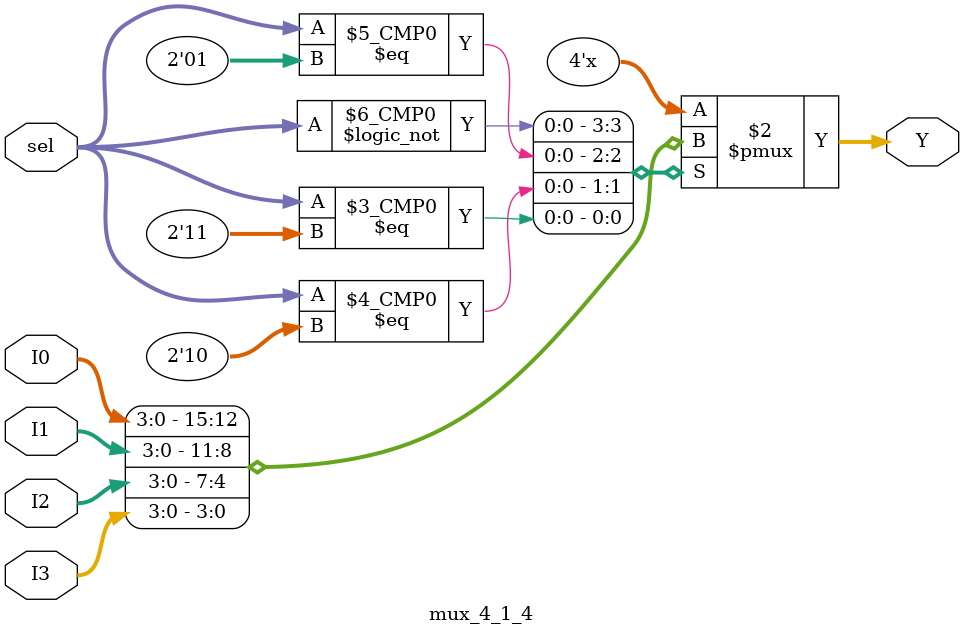
<source format=v>
`timescale 1ns / 1ps


module mux_4_1_4(
    input [3:0] I0, 
    input [3:0] I1,
    input [3:0] I2,
    input [3:0] I3, 
    input [1:0] sel,
    output reg [3:0] Y
    );
    
    always @(*) begin
        case(sel) 
            2'b00: Y = I0;
            2'b01: Y = I1; 
            2'b10: Y = I2;
            2'b11: Y = I3;
            default Y = 4'b0000;
        endcase
    end
    
    
endmodule
</source>
